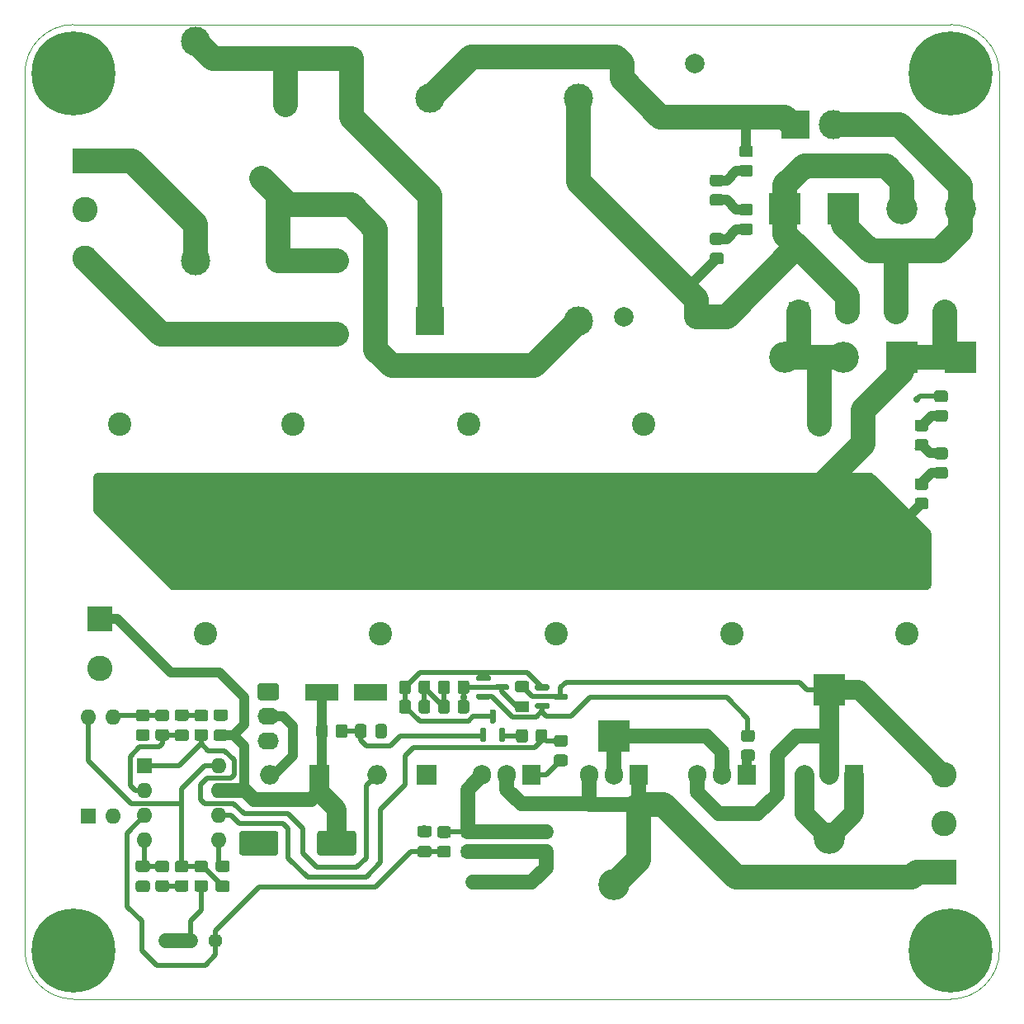
<source format=gbr>
G04 #@! TF.GenerationSoftware,KiCad,Pcbnew,6.0.10+dfsg-1~bpo11+1*
G04 #@! TF.ProjectId,project,70726f6a-6563-4742-9e6b-696361645f70,1.0.p1*
G04 #@! TF.SameCoordinates,Original*
G04 #@! TF.FileFunction,Copper,L1,Top*
G04 #@! TF.FilePolarity,Positive*
%FSLAX46Y46*%
G04 Gerber Fmt 4.6, Leading zero omitted, Abs format (unit mm)*
%MOMM*%
%LPD*%
G01*
G04 APERTURE LIST*
G04 #@! TA.AperFunction,Profile*
%ADD10C,0.100000*%
G04 #@! TD*
G04 #@! TA.AperFunction,ComponentPad*
%ADD11R,2.400000X2.400000*%
G04 #@! TD*
G04 #@! TA.AperFunction,ComponentPad*
%ADD12C,2.400000*%
G04 #@! TD*
G04 #@! TA.AperFunction,ComponentPad*
%ADD13C,0.900000*%
G04 #@! TD*
G04 #@! TA.AperFunction,ComponentPad*
%ADD14C,8.600000*%
G04 #@! TD*
G04 #@! TA.AperFunction,ComponentPad*
%ADD15C,2.000000*%
G04 #@! TD*
G04 #@! TA.AperFunction,ComponentPad*
%ADD16R,3.200000X3.200000*%
G04 #@! TD*
G04 #@! TA.AperFunction,ComponentPad*
%ADD17O,3.200000X3.200000*%
G04 #@! TD*
G04 #@! TA.AperFunction,ComponentPad*
%ADD18R,3.000000X3.000000*%
G04 #@! TD*
G04 #@! TA.AperFunction,ComponentPad*
%ADD19C,3.000000*%
G04 #@! TD*
G04 #@! TA.AperFunction,ComponentPad*
%ADD20R,2.600000X2.600000*%
G04 #@! TD*
G04 #@! TA.AperFunction,ComponentPad*
%ADD21C,2.600000*%
G04 #@! TD*
G04 #@! TA.AperFunction,ComponentPad*
%ADD22R,2.000000X2.000000*%
G04 #@! TD*
G04 #@! TA.AperFunction,ComponentPad*
%ADD23R,1.600000X1.600000*%
G04 #@! TD*
G04 #@! TA.AperFunction,ComponentPad*
%ADD24O,1.600000X1.600000*%
G04 #@! TD*
G04 #@! TA.AperFunction,ComponentPad*
%ADD25C,1.440000*%
G04 #@! TD*
G04 #@! TA.AperFunction,ComponentPad*
%ADD26O,2.190000X1.740000*%
G04 #@! TD*
G04 #@! TA.AperFunction,SMDPad,CuDef*
%ADD27R,3.500000X1.800000*%
G04 #@! TD*
G04 #@! TA.AperFunction,ComponentPad*
%ADD28C,1.800000*%
G04 #@! TD*
G04 #@! TA.AperFunction,ComponentPad*
%ADD29R,1.905000X2.000000*%
G04 #@! TD*
G04 #@! TA.AperFunction,ComponentPad*
%ADD30O,1.905000X2.000000*%
G04 #@! TD*
G04 #@! TA.AperFunction,ComponentPad*
%ADD31O,2.000000X2.000000*%
G04 #@! TD*
G04 #@! TA.AperFunction,ViaPad*
%ADD32C,0.700000*%
G04 #@! TD*
G04 #@! TA.AperFunction,ViaPad*
%ADD33C,1.000000*%
G04 #@! TD*
G04 #@! TA.AperFunction,Conductor*
%ADD34C,1.500000*%
G04 #@! TD*
G04 #@! TA.AperFunction,Conductor*
%ADD35C,2.500000*%
G04 #@! TD*
G04 #@! TA.AperFunction,Conductor*
%ADD36C,1.000000*%
G04 #@! TD*
G04 #@! TA.AperFunction,Conductor*
%ADD37C,0.500000*%
G04 #@! TD*
G04 #@! TA.AperFunction,Conductor*
%ADD38C,2.000000*%
G04 #@! TD*
G04 APERTURE END LIST*
D10*
X80000000Y-55000000D02*
X170000000Y-55000000D01*
X175000000Y-60000000D02*
X175000000Y-150000000D01*
X170000000Y-155000000D02*
G75*
G03*
X175000000Y-150000000I0J5000000D01*
G01*
X170000000Y-155000000D02*
X80000000Y-155000000D01*
X75000000Y-150000000D02*
G75*
G03*
X80000000Y-155000000I5000000J0D01*
G01*
X80000000Y-55000000D02*
G75*
G03*
X75000000Y-60000000I0J-5000000D01*
G01*
X175000000Y-60000000D02*
G75*
G03*
X170000000Y-55000000I-5000000J0D01*
G01*
X75000000Y-150000000D02*
X75000000Y-60000000D01*
D11*
X111512754Y-110000000D03*
D12*
X111512754Y-117500000D03*
G04 #@! TA.AperFunction,SMDPad,CuDef*
G36*
G01*
X120010000Y-137265000D02*
X120910000Y-137265000D01*
G75*
G02*
X121160000Y-137515000I0J-250000D01*
G01*
X121160000Y-138215000D01*
G75*
G02*
X120910000Y-138465000I-250000J0D01*
G01*
X120010000Y-138465000D01*
G75*
G02*
X119760000Y-138215000I0J250000D01*
G01*
X119760000Y-137515000D01*
G75*
G02*
X120010000Y-137265000I250000J0D01*
G01*
G37*
G04 #@! TD.AperFunction*
G04 #@! TA.AperFunction,SMDPad,CuDef*
G36*
G01*
X120010000Y-139265000D02*
X120910000Y-139265000D01*
G75*
G02*
X121160000Y-139515000I0J-250000D01*
G01*
X121160000Y-140215000D01*
G75*
G02*
X120910000Y-140465000I-250000J0D01*
G01*
X120010000Y-140465000D01*
G75*
G02*
X119760000Y-140215000I0J250000D01*
G01*
X119760000Y-139515000D01*
G75*
G02*
X120010000Y-139265000I250000J0D01*
G01*
G37*
G04 #@! TD.AperFunction*
G04 #@! TA.AperFunction,SMDPad,CuDef*
G36*
G01*
X127350000Y-123162500D02*
X127350000Y-122862500D01*
G75*
G02*
X127500000Y-122712500I150000J0D01*
G01*
X128675000Y-122712500D01*
G75*
G02*
X128825000Y-122862500I0J-150000D01*
G01*
X128825000Y-123162500D01*
G75*
G02*
X128675000Y-123312500I-150000J0D01*
G01*
X127500000Y-123312500D01*
G75*
G02*
X127350000Y-123162500I0J150000D01*
G01*
G37*
G04 #@! TD.AperFunction*
G04 #@! TA.AperFunction,SMDPad,CuDef*
G36*
G01*
X127350000Y-125062500D02*
X127350000Y-124762500D01*
G75*
G02*
X127500000Y-124612500I150000J0D01*
G01*
X128675000Y-124612500D01*
G75*
G02*
X128825000Y-124762500I0J-150000D01*
G01*
X128825000Y-125062500D01*
G75*
G02*
X128675000Y-125212500I-150000J0D01*
G01*
X127500000Y-125212500D01*
G75*
G02*
X127350000Y-125062500I0J150000D01*
G01*
G37*
G04 #@! TD.AperFunction*
G04 #@! TA.AperFunction,SMDPad,CuDef*
G36*
G01*
X129225000Y-124112500D02*
X129225000Y-123812500D01*
G75*
G02*
X129375000Y-123662500I150000J0D01*
G01*
X130550000Y-123662500D01*
G75*
G02*
X130700000Y-123812500I0J-150000D01*
G01*
X130700000Y-124112500D01*
G75*
G02*
X130550000Y-124262500I-150000J0D01*
G01*
X129375000Y-124262500D01*
G75*
G02*
X129225000Y-124112500I0J150000D01*
G01*
G37*
G04 #@! TD.AperFunction*
D13*
X82280419Y-152280419D03*
X80000000Y-146775000D03*
D14*
X80000000Y-150000000D03*
D13*
X83225000Y-150000000D03*
X76775000Y-150000000D03*
X77719581Y-147719581D03*
X77719581Y-152280419D03*
X82280419Y-147719581D03*
X80000000Y-153225000D03*
G04 #@! TA.AperFunction,SMDPad,CuDef*
G36*
G01*
X167450000Y-98750000D02*
X166550000Y-98750000D01*
G75*
G02*
X166300000Y-98500000I0J250000D01*
G01*
X166300000Y-97800000D01*
G75*
G02*
X166550000Y-97550000I250000J0D01*
G01*
X167450000Y-97550000D01*
G75*
G02*
X167700000Y-97800000I0J-250000D01*
G01*
X167700000Y-98500000D01*
G75*
G02*
X167450000Y-98750000I-250000J0D01*
G01*
G37*
G04 #@! TD.AperFunction*
G04 #@! TA.AperFunction,SMDPad,CuDef*
G36*
G01*
X167450000Y-96750000D02*
X166550000Y-96750000D01*
G75*
G02*
X166300000Y-96500000I0J250000D01*
G01*
X166300000Y-95800000D01*
G75*
G02*
X166550000Y-95550000I250000J0D01*
G01*
X167450000Y-95550000D01*
G75*
G02*
X167700000Y-95800000I0J-250000D01*
G01*
X167700000Y-96500000D01*
G75*
G02*
X167450000Y-96750000I-250000J0D01*
G01*
G37*
G04 #@! TD.AperFunction*
G04 #@! TA.AperFunction,SMDPad,CuDef*
G36*
G01*
X109000000Y-138000000D02*
X109000000Y-140000000D01*
G75*
G02*
X108750000Y-140250000I-250000J0D01*
G01*
X105250000Y-140250000D01*
G75*
G02*
X105000000Y-140000000I0J250000D01*
G01*
X105000000Y-138000000D01*
G75*
G02*
X105250000Y-137750000I250000J0D01*
G01*
X108750000Y-137750000D01*
G75*
G02*
X109000000Y-138000000I0J-250000D01*
G01*
G37*
G04 #@! TD.AperFunction*
G04 #@! TA.AperFunction,SMDPad,CuDef*
G36*
G01*
X101000000Y-138000000D02*
X101000000Y-140000000D01*
G75*
G02*
X100750000Y-140250000I-250000J0D01*
G01*
X97250000Y-140250000D01*
G75*
G02*
X97000000Y-140000000I0J250000D01*
G01*
X97000000Y-138000000D01*
G75*
G02*
X97250000Y-137750000I250000J0D01*
G01*
X100750000Y-137750000D01*
G75*
G02*
X101000000Y-138000000I0J-250000D01*
G01*
G37*
G04 #@! TD.AperFunction*
D11*
X120512754Y-103500000D03*
D12*
X120512754Y-96000000D03*
D15*
X136250000Y-59000000D03*
X143750000Y-59000000D03*
G04 #@! TA.AperFunction,SMDPad,CuDef*
G36*
G01*
X126010000Y-137265000D02*
X126910000Y-137265000D01*
G75*
G02*
X127160000Y-137515000I0J-250000D01*
G01*
X127160000Y-138215000D01*
G75*
G02*
X126910000Y-138465000I-250000J0D01*
G01*
X126010000Y-138465000D01*
G75*
G02*
X125760000Y-138215000I0J250000D01*
G01*
X125760000Y-137515000D01*
G75*
G02*
X126010000Y-137265000I250000J0D01*
G01*
G37*
G04 #@! TD.AperFunction*
G04 #@! TA.AperFunction,SMDPad,CuDef*
G36*
G01*
X126010000Y-139265000D02*
X126910000Y-139265000D01*
G75*
G02*
X127160000Y-139515000I0J-250000D01*
G01*
X127160000Y-140215000D01*
G75*
G02*
X126910000Y-140465000I-250000J0D01*
G01*
X126010000Y-140465000D01*
G75*
G02*
X125760000Y-140215000I0J250000D01*
G01*
X125760000Y-139515000D01*
G75*
G02*
X126010000Y-139265000I250000J0D01*
G01*
G37*
G04 #@! TD.AperFunction*
G04 #@! TA.AperFunction,SMDPad,CuDef*
G36*
G01*
X108100000Y-127050000D02*
X108100000Y-127950000D01*
G75*
G02*
X107850000Y-128200000I-250000J0D01*
G01*
X107150000Y-128200000D01*
G75*
G02*
X106900000Y-127950000I0J250000D01*
G01*
X106900000Y-127050000D01*
G75*
G02*
X107150000Y-126800000I250000J0D01*
G01*
X107850000Y-126800000D01*
G75*
G02*
X108100000Y-127050000I0J-250000D01*
G01*
G37*
G04 #@! TD.AperFunction*
G04 #@! TA.AperFunction,SMDPad,CuDef*
G36*
G01*
X106100000Y-127050000D02*
X106100000Y-127950000D01*
G75*
G02*
X105850000Y-128200000I-250000J0D01*
G01*
X105150000Y-128200000D01*
G75*
G02*
X104900000Y-127950000I0J250000D01*
G01*
X104900000Y-127050000D01*
G75*
G02*
X105150000Y-126800000I250000J0D01*
G01*
X105850000Y-126800000D01*
G75*
G02*
X106100000Y-127050000I0J-250000D01*
G01*
G37*
G04 #@! TD.AperFunction*
D16*
X153000000Y-73868629D03*
D17*
X153000000Y-89108629D03*
G04 #@! TA.AperFunction,SMDPad,CuDef*
G36*
G01*
X125400000Y-128450000D02*
X125400000Y-127550000D01*
G75*
G02*
X125650000Y-127300000I250000J0D01*
G01*
X126350000Y-127300000D01*
G75*
G02*
X126600000Y-127550000I0J-250000D01*
G01*
X126600000Y-128450000D01*
G75*
G02*
X126350000Y-128700000I-250000J0D01*
G01*
X125650000Y-128700000D01*
G75*
G02*
X125400000Y-128450000I0J250000D01*
G01*
G37*
G04 #@! TD.AperFunction*
G04 #@! TA.AperFunction,SMDPad,CuDef*
G36*
G01*
X127400000Y-128450000D02*
X127400000Y-127550000D01*
G75*
G02*
X127650000Y-127300000I250000J0D01*
G01*
X128350000Y-127300000D01*
G75*
G02*
X128600000Y-127550000I0J-250000D01*
G01*
X128600000Y-128450000D01*
G75*
G02*
X128350000Y-128700000I-250000J0D01*
G01*
X127650000Y-128700000D01*
G75*
G02*
X127400000Y-128450000I0J250000D01*
G01*
G37*
G04 #@! TD.AperFunction*
G04 #@! TA.AperFunction,SMDPad,CuDef*
G36*
G01*
X126500000Y-125587500D02*
X125550000Y-125587500D01*
G75*
G02*
X125300000Y-125337500I0J250000D01*
G01*
X125300000Y-124662500D01*
G75*
G02*
X125550000Y-124412500I250000J0D01*
G01*
X126500000Y-124412500D01*
G75*
G02*
X126750000Y-124662500I0J-250000D01*
G01*
X126750000Y-125337500D01*
G75*
G02*
X126500000Y-125587500I-250000J0D01*
G01*
G37*
G04 #@! TD.AperFunction*
G04 #@! TA.AperFunction,SMDPad,CuDef*
G36*
G01*
X126500000Y-123512500D02*
X125550000Y-123512500D01*
G75*
G02*
X125300000Y-123262500I0J250000D01*
G01*
X125300000Y-122587500D01*
G75*
G02*
X125550000Y-122337500I250000J0D01*
G01*
X126500000Y-122337500D01*
G75*
G02*
X126750000Y-122587500I0J-250000D01*
G01*
X126750000Y-123262500D01*
G75*
G02*
X126500000Y-123512500I-250000J0D01*
G01*
G37*
G04 #@! TD.AperFunction*
G04 #@! TA.AperFunction,SMDPad,CuDef*
G36*
G01*
X121325000Y-122200000D02*
X121325000Y-121900000D01*
G75*
G02*
X121475000Y-121750000I150000J0D01*
G01*
X122650000Y-121750000D01*
G75*
G02*
X122800000Y-121900000I0J-150000D01*
G01*
X122800000Y-122200000D01*
G75*
G02*
X122650000Y-122350000I-150000J0D01*
G01*
X121475000Y-122350000D01*
G75*
G02*
X121325000Y-122200000I0J150000D01*
G01*
G37*
G04 #@! TD.AperFunction*
G04 #@! TA.AperFunction,SMDPad,CuDef*
G36*
G01*
X121325000Y-124100000D02*
X121325000Y-123800000D01*
G75*
G02*
X121475000Y-123650000I150000J0D01*
G01*
X122650000Y-123650000D01*
G75*
G02*
X122800000Y-123800000I0J-150000D01*
G01*
X122800000Y-124100000D01*
G75*
G02*
X122650000Y-124250000I-150000J0D01*
G01*
X121475000Y-124250000D01*
G75*
G02*
X121325000Y-124100000I0J150000D01*
G01*
G37*
G04 #@! TD.AperFunction*
G04 #@! TA.AperFunction,SMDPad,CuDef*
G36*
G01*
X123200000Y-123150000D02*
X123200000Y-122850000D01*
G75*
G02*
X123350000Y-122700000I150000J0D01*
G01*
X124525000Y-122700000D01*
G75*
G02*
X124675000Y-122850000I0J-150000D01*
G01*
X124675000Y-123150000D01*
G75*
G02*
X124525000Y-123300000I-150000J0D01*
G01*
X123350000Y-123300000D01*
G75*
G02*
X123200000Y-123150000I0J150000D01*
G01*
G37*
G04 #@! TD.AperFunction*
D18*
X154092500Y-65250000D03*
D19*
X157972500Y-65250000D03*
D20*
X82695000Y-115955000D03*
D21*
X82695000Y-121035000D03*
D18*
X116581250Y-85430000D03*
D19*
X116581250Y-62570000D03*
X131821250Y-85430000D03*
X131821250Y-62570000D03*
D11*
X129512754Y-110000000D03*
D12*
X129512754Y-117500000D03*
D22*
X154392500Y-84488629D03*
D15*
X159392500Y-84488629D03*
X164392500Y-84488629D03*
X169392500Y-84488629D03*
G04 #@! TA.AperFunction,SMDPad,CuDef*
G36*
G01*
X168550000Y-98400000D02*
X169450000Y-98400000D01*
G75*
G02*
X169700000Y-98650000I0J-250000D01*
G01*
X169700000Y-99350000D01*
G75*
G02*
X169450000Y-99600000I-250000J0D01*
G01*
X168550000Y-99600000D01*
G75*
G02*
X168300000Y-99350000I0J250000D01*
G01*
X168300000Y-98650000D01*
G75*
G02*
X168550000Y-98400000I250000J0D01*
G01*
G37*
G04 #@! TD.AperFunction*
G04 #@! TA.AperFunction,SMDPad,CuDef*
G36*
G01*
X168550000Y-100400000D02*
X169450000Y-100400000D01*
G75*
G02*
X169700000Y-100650000I0J-250000D01*
G01*
X169700000Y-101350000D01*
G75*
G02*
X169450000Y-101600000I-250000J0D01*
G01*
X168550000Y-101600000D01*
G75*
G02*
X168300000Y-101350000I0J250000D01*
G01*
X168300000Y-100650000D01*
G75*
G02*
X168550000Y-100400000I250000J0D01*
G01*
G37*
G04 #@! TD.AperFunction*
D11*
X102512754Y-103500000D03*
D12*
X102512754Y-96000000D03*
G04 #@! TA.AperFunction,SMDPad,CuDef*
G36*
G01*
X116475000Y-140452500D02*
X115525000Y-140452500D01*
G75*
G02*
X115275000Y-140202500I0J250000D01*
G01*
X115275000Y-139527500D01*
G75*
G02*
X115525000Y-139277500I250000J0D01*
G01*
X116475000Y-139277500D01*
G75*
G02*
X116725000Y-139527500I0J-250000D01*
G01*
X116725000Y-140202500D01*
G75*
G02*
X116475000Y-140452500I-250000J0D01*
G01*
G37*
G04 #@! TD.AperFunction*
G04 #@! TA.AperFunction,SMDPad,CuDef*
G36*
G01*
X116475000Y-138377500D02*
X115525000Y-138377500D01*
G75*
G02*
X115275000Y-138127500I0J250000D01*
G01*
X115275000Y-137452500D01*
G75*
G02*
X115525000Y-137202500I250000J0D01*
G01*
X116475000Y-137202500D01*
G75*
G02*
X116725000Y-137452500I0J-250000D01*
G01*
X116725000Y-138127500D01*
G75*
G02*
X116475000Y-138377500I-250000J0D01*
G01*
G37*
G04 #@! TD.AperFunction*
D19*
X92501250Y-79250000D03*
X92501250Y-56750000D03*
G04 #@! TA.AperFunction,SMDPad,CuDef*
G36*
G01*
X116600000Y-122550000D02*
X116600000Y-123450000D01*
G75*
G02*
X116350000Y-123700000I-250000J0D01*
G01*
X115650000Y-123700000D01*
G75*
G02*
X115400000Y-123450000I0J250000D01*
G01*
X115400000Y-122550000D01*
G75*
G02*
X115650000Y-122300000I250000J0D01*
G01*
X116350000Y-122300000D01*
G75*
G02*
X116600000Y-122550000I0J-250000D01*
G01*
G37*
G04 #@! TD.AperFunction*
G04 #@! TA.AperFunction,SMDPad,CuDef*
G36*
G01*
X114600000Y-122550000D02*
X114600000Y-123450000D01*
G75*
G02*
X114350000Y-123700000I-250000J0D01*
G01*
X113650000Y-123700000D01*
G75*
G02*
X113400000Y-123450000I0J250000D01*
G01*
X113400000Y-122550000D01*
G75*
G02*
X113650000Y-122300000I250000J0D01*
G01*
X114350000Y-122300000D01*
G75*
G02*
X114600000Y-122550000I0J-250000D01*
G01*
G37*
G04 #@! TD.AperFunction*
D16*
X135460000Y-128015000D03*
D17*
X135460000Y-143255000D03*
G04 #@! TA.AperFunction,SMDPad,CuDef*
G36*
G01*
X90615000Y-125265000D02*
X91565000Y-125265000D01*
G75*
G02*
X91815000Y-125515000I0J-250000D01*
G01*
X91815000Y-126190000D01*
G75*
G02*
X91565000Y-126440000I-250000J0D01*
G01*
X90615000Y-126440000D01*
G75*
G02*
X90365000Y-126190000I0J250000D01*
G01*
X90365000Y-125515000D01*
G75*
G02*
X90615000Y-125265000I250000J0D01*
G01*
G37*
G04 #@! TD.AperFunction*
G04 #@! TA.AperFunction,SMDPad,CuDef*
G36*
G01*
X90615000Y-127340000D02*
X91565000Y-127340000D01*
G75*
G02*
X91815000Y-127590000I0J-250000D01*
G01*
X91815000Y-128265000D01*
G75*
G02*
X91565000Y-128515000I-250000J0D01*
G01*
X90615000Y-128515000D01*
G75*
G02*
X90365000Y-128265000I0J250000D01*
G01*
X90365000Y-127590000D01*
G75*
G02*
X90615000Y-127340000I250000J0D01*
G01*
G37*
G04 #@! TD.AperFunction*
G04 #@! TA.AperFunction,SMDPad,CuDef*
G36*
G01*
X167450000Y-104750000D02*
X166550000Y-104750000D01*
G75*
G02*
X166300000Y-104500000I0J250000D01*
G01*
X166300000Y-103800000D01*
G75*
G02*
X166550000Y-103550000I250000J0D01*
G01*
X167450000Y-103550000D01*
G75*
G02*
X167700000Y-103800000I0J-250000D01*
G01*
X167700000Y-104500000D01*
G75*
G02*
X167450000Y-104750000I-250000J0D01*
G01*
G37*
G04 #@! TD.AperFunction*
G04 #@! TA.AperFunction,SMDPad,CuDef*
G36*
G01*
X167450000Y-102750000D02*
X166550000Y-102750000D01*
G75*
G02*
X166300000Y-102500000I0J250000D01*
G01*
X166300000Y-101800000D01*
G75*
G02*
X166550000Y-101550000I250000J0D01*
G01*
X167450000Y-101550000D01*
G75*
G02*
X167700000Y-101800000I0J-250000D01*
G01*
X167700000Y-102500000D01*
G75*
G02*
X167450000Y-102750000I-250000J0D01*
G01*
G37*
G04 #@! TD.AperFunction*
G04 #@! TA.AperFunction,SMDPad,CuDef*
G36*
G01*
X92640000Y-125290000D02*
X93540000Y-125290000D01*
G75*
G02*
X93790000Y-125540000I0J-250000D01*
G01*
X93790000Y-126240000D01*
G75*
G02*
X93540000Y-126490000I-250000J0D01*
G01*
X92640000Y-126490000D01*
G75*
G02*
X92390000Y-126240000I0J250000D01*
G01*
X92390000Y-125540000D01*
G75*
G02*
X92640000Y-125290000I250000J0D01*
G01*
G37*
G04 #@! TD.AperFunction*
G04 #@! TA.AperFunction,SMDPad,CuDef*
G36*
G01*
X92640000Y-127290000D02*
X93540000Y-127290000D01*
G75*
G02*
X93790000Y-127540000I0J-250000D01*
G01*
X93790000Y-128240000D01*
G75*
G02*
X93540000Y-128490000I-250000J0D01*
G01*
X92640000Y-128490000D01*
G75*
G02*
X92390000Y-128240000I0J250000D01*
G01*
X92390000Y-127540000D01*
G75*
G02*
X92640000Y-127290000I250000J0D01*
G01*
G37*
G04 #@! TD.AperFunction*
D23*
X87290000Y-131090000D03*
D24*
X87290000Y-133630000D03*
X87290000Y-136170000D03*
X87290000Y-138710000D03*
X94910000Y-138710000D03*
X94910000Y-136170000D03*
X94910000Y-133630000D03*
X94910000Y-131090000D03*
G04 #@! TA.AperFunction,SMDPad,CuDef*
G36*
G01*
X86615000Y-140765000D02*
X87565000Y-140765000D01*
G75*
G02*
X87815000Y-141015000I0J-250000D01*
G01*
X87815000Y-141690000D01*
G75*
G02*
X87565000Y-141940000I-250000J0D01*
G01*
X86615000Y-141940000D01*
G75*
G02*
X86365000Y-141690000I0J250000D01*
G01*
X86365000Y-141015000D01*
G75*
G02*
X86615000Y-140765000I250000J0D01*
G01*
G37*
G04 #@! TD.AperFunction*
G04 #@! TA.AperFunction,SMDPad,CuDef*
G36*
G01*
X86615000Y-142840000D02*
X87565000Y-142840000D01*
G75*
G02*
X87815000Y-143090000I0J-250000D01*
G01*
X87815000Y-143765000D01*
G75*
G02*
X87565000Y-144015000I-250000J0D01*
G01*
X86615000Y-144015000D01*
G75*
G02*
X86365000Y-143765000I0J250000D01*
G01*
X86365000Y-143090000D01*
G75*
G02*
X86615000Y-142840000I250000J0D01*
G01*
G37*
G04 #@! TD.AperFunction*
D25*
X94540000Y-149000000D03*
X92000000Y-149000000D03*
X89460000Y-149000000D03*
D16*
X165000000Y-89108629D03*
D17*
X165000000Y-73868629D03*
D11*
X147512754Y-110000000D03*
D12*
X147512754Y-117500000D03*
D11*
X165512754Y-110000000D03*
D12*
X165512754Y-117500000D03*
G04 #@! TA.AperFunction,SMDPad,CuDef*
G36*
G01*
X168550000Y-92550000D02*
X169450000Y-92550000D01*
G75*
G02*
X169700000Y-92800000I0J-250000D01*
G01*
X169700000Y-93500000D01*
G75*
G02*
X169450000Y-93750000I-250000J0D01*
G01*
X168550000Y-93750000D01*
G75*
G02*
X168300000Y-93500000I0J250000D01*
G01*
X168300000Y-92800000D01*
G75*
G02*
X168550000Y-92550000I250000J0D01*
G01*
G37*
G04 #@! TD.AperFunction*
G04 #@! TA.AperFunction,SMDPad,CuDef*
G36*
G01*
X168550000Y-94550000D02*
X169450000Y-94550000D01*
G75*
G02*
X169700000Y-94800000I0J-250000D01*
G01*
X169700000Y-95500000D01*
G75*
G02*
X169450000Y-95750000I-250000J0D01*
G01*
X168550000Y-95750000D01*
G75*
G02*
X168300000Y-95500000I0J250000D01*
G01*
X168300000Y-94800000D01*
G75*
G02*
X168550000Y-94550000I250000J0D01*
G01*
G37*
G04 #@! TD.AperFunction*
G04 #@! TA.AperFunction,SMDPad,CuDef*
G36*
G01*
X95565000Y-128515000D02*
X94615000Y-128515000D01*
G75*
G02*
X94365000Y-128265000I0J250000D01*
G01*
X94365000Y-127590000D01*
G75*
G02*
X94615000Y-127340000I250000J0D01*
G01*
X95565000Y-127340000D01*
G75*
G02*
X95815000Y-127590000I0J-250000D01*
G01*
X95815000Y-128265000D01*
G75*
G02*
X95565000Y-128515000I-250000J0D01*
G01*
G37*
G04 #@! TD.AperFunction*
G04 #@! TA.AperFunction,SMDPad,CuDef*
G36*
G01*
X95565000Y-126440000D02*
X94615000Y-126440000D01*
G75*
G02*
X94365000Y-126190000I0J250000D01*
G01*
X94365000Y-125515000D01*
G75*
G02*
X94615000Y-125265000I250000J0D01*
G01*
X95565000Y-125265000D01*
G75*
G02*
X95815000Y-125515000I0J-250000D01*
G01*
X95815000Y-126190000D01*
G75*
G02*
X95565000Y-126440000I-250000J0D01*
G01*
G37*
G04 #@! TD.AperFunction*
G04 #@! TA.AperFunction,SMDPad,CuDef*
G36*
G01*
X122200000Y-128612500D02*
X121900000Y-128612500D01*
G75*
G02*
X121750000Y-128462500I0J150000D01*
G01*
X121750000Y-127287500D01*
G75*
G02*
X121900000Y-127137500I150000J0D01*
G01*
X122200000Y-127137500D01*
G75*
G02*
X122350000Y-127287500I0J-150000D01*
G01*
X122350000Y-128462500D01*
G75*
G02*
X122200000Y-128612500I-150000J0D01*
G01*
G37*
G04 #@! TD.AperFunction*
G04 #@! TA.AperFunction,SMDPad,CuDef*
G36*
G01*
X124100000Y-128612500D02*
X123800000Y-128612500D01*
G75*
G02*
X123650000Y-128462500I0J150000D01*
G01*
X123650000Y-127287500D01*
G75*
G02*
X123800000Y-127137500I150000J0D01*
G01*
X124100000Y-127137500D01*
G75*
G02*
X124250000Y-127287500I0J-150000D01*
G01*
X124250000Y-128462500D01*
G75*
G02*
X124100000Y-128612500I-150000J0D01*
G01*
G37*
G04 #@! TD.AperFunction*
G04 #@! TA.AperFunction,SMDPad,CuDef*
G36*
G01*
X123150000Y-126737500D02*
X122850000Y-126737500D01*
G75*
G02*
X122700000Y-126587500I0J150000D01*
G01*
X122700000Y-125412500D01*
G75*
G02*
X122850000Y-125262500I150000J0D01*
G01*
X123150000Y-125262500D01*
G75*
G02*
X123300000Y-125412500I0J-150000D01*
G01*
X123300000Y-126587500D01*
G75*
G02*
X123150000Y-126737500I-150000J0D01*
G01*
G37*
G04 #@! TD.AperFunction*
G04 #@! TA.AperFunction,SMDPad,CuDef*
G36*
G01*
X95765000Y-144015000D02*
X94815000Y-144015000D01*
G75*
G02*
X94565000Y-143765000I0J250000D01*
G01*
X94565000Y-143090000D01*
G75*
G02*
X94815000Y-142840000I250000J0D01*
G01*
X95765000Y-142840000D01*
G75*
G02*
X96015000Y-143090000I0J-250000D01*
G01*
X96015000Y-143765000D01*
G75*
G02*
X95765000Y-144015000I-250000J0D01*
G01*
G37*
G04 #@! TD.AperFunction*
G04 #@! TA.AperFunction,SMDPad,CuDef*
G36*
G01*
X95765000Y-141940000D02*
X94815000Y-141940000D01*
G75*
G02*
X94565000Y-141690000I0J250000D01*
G01*
X94565000Y-141015000D01*
G75*
G02*
X94815000Y-140765000I250000J0D01*
G01*
X95765000Y-140765000D01*
G75*
G02*
X96015000Y-141015000I0J-250000D01*
G01*
X96015000Y-141690000D01*
G75*
G02*
X95765000Y-141940000I-250000J0D01*
G01*
G37*
G04 #@! TD.AperFunction*
G04 #@! TA.AperFunction,SMDPad,CuDef*
G36*
G01*
X145550000Y-76400000D02*
X146450000Y-76400000D01*
G75*
G02*
X146700000Y-76650000I0J-250000D01*
G01*
X146700000Y-77350000D01*
G75*
G02*
X146450000Y-77600000I-250000J0D01*
G01*
X145550000Y-77600000D01*
G75*
G02*
X145300000Y-77350000I0J250000D01*
G01*
X145300000Y-76650000D01*
G75*
G02*
X145550000Y-76400000I250000J0D01*
G01*
G37*
G04 #@! TD.AperFunction*
G04 #@! TA.AperFunction,SMDPad,CuDef*
G36*
G01*
X145550000Y-78400000D02*
X146450000Y-78400000D01*
G75*
G02*
X146700000Y-78650000I0J-250000D01*
G01*
X146700000Y-79350000D01*
G75*
G02*
X146450000Y-79600000I-250000J0D01*
G01*
X145550000Y-79600000D01*
G75*
G02*
X145300000Y-79350000I0J250000D01*
G01*
X145300000Y-78650000D01*
G75*
G02*
X145550000Y-78400000I250000J0D01*
G01*
G37*
G04 #@! TD.AperFunction*
G04 #@! TA.AperFunction,SMDPad,CuDef*
G36*
G01*
X86640000Y-125290000D02*
X87540000Y-125290000D01*
G75*
G02*
X87790000Y-125540000I0J-250000D01*
G01*
X87790000Y-126240000D01*
G75*
G02*
X87540000Y-126490000I-250000J0D01*
G01*
X86640000Y-126490000D01*
G75*
G02*
X86390000Y-126240000I0J250000D01*
G01*
X86390000Y-125540000D01*
G75*
G02*
X86640000Y-125290000I250000J0D01*
G01*
G37*
G04 #@! TD.AperFunction*
G04 #@! TA.AperFunction,SMDPad,CuDef*
G36*
G01*
X86640000Y-127290000D02*
X87540000Y-127290000D01*
G75*
G02*
X87790000Y-127540000I0J-250000D01*
G01*
X87790000Y-128240000D01*
G75*
G02*
X87540000Y-128490000I-250000J0D01*
G01*
X86640000Y-128490000D01*
G75*
G02*
X86390000Y-128240000I0J250000D01*
G01*
X86390000Y-127540000D01*
G75*
G02*
X86640000Y-127290000I250000J0D01*
G01*
G37*
G04 #@! TD.AperFunction*
G04 #@! TA.AperFunction,SMDPad,CuDef*
G36*
G01*
X108875000Y-127975000D02*
X108875000Y-127025000D01*
G75*
G02*
X109125000Y-126775000I250000J0D01*
G01*
X109800000Y-126775000D01*
G75*
G02*
X110050000Y-127025000I0J-250000D01*
G01*
X110050000Y-127975000D01*
G75*
G02*
X109800000Y-128225000I-250000J0D01*
G01*
X109125000Y-128225000D01*
G75*
G02*
X108875000Y-127975000I0J250000D01*
G01*
G37*
G04 #@! TD.AperFunction*
G04 #@! TA.AperFunction,SMDPad,CuDef*
G36*
G01*
X110950000Y-127975000D02*
X110950000Y-127025000D01*
G75*
G02*
X111200000Y-126775000I250000J0D01*
G01*
X111875000Y-126775000D01*
G75*
G02*
X112125000Y-127025000I0J-250000D01*
G01*
X112125000Y-127975000D01*
G75*
G02*
X111875000Y-128225000I-250000J0D01*
G01*
X111200000Y-128225000D01*
G75*
G02*
X110950000Y-127975000I0J250000D01*
G01*
G37*
G04 #@! TD.AperFunction*
G04 #@! TA.AperFunction,SMDPad,CuDef*
G36*
G01*
X116600000Y-124550000D02*
X116600000Y-125450000D01*
G75*
G02*
X116350000Y-125700000I-250000J0D01*
G01*
X115650000Y-125700000D01*
G75*
G02*
X115400000Y-125450000I0J250000D01*
G01*
X115400000Y-124550000D01*
G75*
G02*
X115650000Y-124300000I250000J0D01*
G01*
X116350000Y-124300000D01*
G75*
G02*
X116600000Y-124550000I0J-250000D01*
G01*
G37*
G04 #@! TD.AperFunction*
G04 #@! TA.AperFunction,SMDPad,CuDef*
G36*
G01*
X114600000Y-124550000D02*
X114600000Y-125450000D01*
G75*
G02*
X114350000Y-125700000I-250000J0D01*
G01*
X113650000Y-125700000D01*
G75*
G02*
X113400000Y-125450000I0J250000D01*
G01*
X113400000Y-124550000D01*
G75*
G02*
X113650000Y-124300000I250000J0D01*
G01*
X114350000Y-124300000D01*
G75*
G02*
X114600000Y-124550000I0J-250000D01*
G01*
G37*
G04 #@! TD.AperFunction*
G04 #@! TA.AperFunction,SMDPad,CuDef*
G36*
G01*
X93540000Y-143990000D02*
X92640000Y-143990000D01*
G75*
G02*
X92390000Y-143740000I0J250000D01*
G01*
X92390000Y-143040000D01*
G75*
G02*
X92640000Y-142790000I250000J0D01*
G01*
X93540000Y-142790000D01*
G75*
G02*
X93790000Y-143040000I0J-250000D01*
G01*
X93790000Y-143740000D01*
G75*
G02*
X93540000Y-143990000I-250000J0D01*
G01*
G37*
G04 #@! TD.AperFunction*
G04 #@! TA.AperFunction,SMDPad,CuDef*
G36*
G01*
X93540000Y-141990000D02*
X92640000Y-141990000D01*
G75*
G02*
X92390000Y-141740000I0J250000D01*
G01*
X92390000Y-141040000D01*
G75*
G02*
X92640000Y-140790000I250000J0D01*
G01*
X93540000Y-140790000D01*
G75*
G02*
X93790000Y-141040000I0J-250000D01*
G01*
X93790000Y-141740000D01*
G75*
G02*
X93540000Y-141990000I-250000J0D01*
G01*
G37*
G04 #@! TD.AperFunction*
G04 #@! TA.AperFunction,SMDPad,CuDef*
G36*
G01*
X120600000Y-124550000D02*
X120600000Y-125450000D01*
G75*
G02*
X120350000Y-125700000I-250000J0D01*
G01*
X119650000Y-125700000D01*
G75*
G02*
X119400000Y-125450000I0J250000D01*
G01*
X119400000Y-124550000D01*
G75*
G02*
X119650000Y-124300000I250000J0D01*
G01*
X120350000Y-124300000D01*
G75*
G02*
X120600000Y-124550000I0J-250000D01*
G01*
G37*
G04 #@! TD.AperFunction*
G04 #@! TA.AperFunction,SMDPad,CuDef*
G36*
G01*
X118600000Y-124550000D02*
X118600000Y-125450000D01*
G75*
G02*
X118350000Y-125700000I-250000J0D01*
G01*
X117650000Y-125700000D01*
G75*
G02*
X117400000Y-125450000I0J250000D01*
G01*
X117400000Y-124550000D01*
G75*
G02*
X117650000Y-124300000I250000J0D01*
G01*
X118350000Y-124300000D01*
G75*
G02*
X118600000Y-124550000I0J-250000D01*
G01*
G37*
G04 #@! TD.AperFunction*
G04 #@! TA.AperFunction,ComponentPad*
G36*
G01*
X99135000Y-122590000D02*
X100825000Y-122590000D01*
G75*
G02*
X101075000Y-122840000I0J-250000D01*
G01*
X101075000Y-124080000D01*
G75*
G02*
X100825000Y-124330000I-250000J0D01*
G01*
X99135000Y-124330000D01*
G75*
G02*
X98885000Y-124080000I0J250000D01*
G01*
X98885000Y-122840000D01*
G75*
G02*
X99135000Y-122590000I250000J0D01*
G01*
G37*
G04 #@! TD.AperFunction*
D26*
X99980000Y-126000000D03*
X99980000Y-128540000D03*
G04 #@! TA.AperFunction,SMDPad,CuDef*
G36*
G01*
X145550000Y-70400000D02*
X146450000Y-70400000D01*
G75*
G02*
X146700000Y-70650000I0J-250000D01*
G01*
X146700000Y-71350000D01*
G75*
G02*
X146450000Y-71600000I-250000J0D01*
G01*
X145550000Y-71600000D01*
G75*
G02*
X145300000Y-71350000I0J250000D01*
G01*
X145300000Y-70650000D01*
G75*
G02*
X145550000Y-70400000I250000J0D01*
G01*
G37*
G04 #@! TD.AperFunction*
G04 #@! TA.AperFunction,SMDPad,CuDef*
G36*
G01*
X145550000Y-72400000D02*
X146450000Y-72400000D01*
G75*
G02*
X146700000Y-72650000I0J-250000D01*
G01*
X146700000Y-73350000D01*
G75*
G02*
X146450000Y-73600000I-250000J0D01*
G01*
X145550000Y-73600000D01*
G75*
G02*
X145300000Y-73350000I0J250000D01*
G01*
X145300000Y-72650000D01*
G75*
G02*
X145550000Y-72400000I250000J0D01*
G01*
G37*
G04 #@! TD.AperFunction*
D27*
X110500000Y-123500000D03*
X105500000Y-123500000D03*
G04 #@! TA.AperFunction,SMDPad,CuDef*
G36*
G01*
X122010000Y-137265000D02*
X122910000Y-137265000D01*
G75*
G02*
X123160000Y-137515000I0J-250000D01*
G01*
X123160000Y-138215000D01*
G75*
G02*
X122910000Y-138465000I-250000J0D01*
G01*
X122010000Y-138465000D01*
G75*
G02*
X121760000Y-138215000I0J250000D01*
G01*
X121760000Y-137515000D01*
G75*
G02*
X122010000Y-137265000I250000J0D01*
G01*
G37*
G04 #@! TD.AperFunction*
G04 #@! TA.AperFunction,SMDPad,CuDef*
G36*
G01*
X122010000Y-139265000D02*
X122910000Y-139265000D01*
G75*
G02*
X123160000Y-139515000I0J-250000D01*
G01*
X123160000Y-140215000D01*
G75*
G02*
X122910000Y-140465000I-250000J0D01*
G01*
X122010000Y-140465000D01*
G75*
G02*
X121760000Y-140215000I0J250000D01*
G01*
X121760000Y-139515000D01*
G75*
G02*
X122010000Y-139265000I250000J0D01*
G01*
G37*
G04 #@! TD.AperFunction*
D11*
X156512754Y-103500000D03*
D12*
X156512754Y-96000000D03*
G04 #@! TA.AperFunction,SMDPad,CuDef*
G36*
G01*
X117550000Y-137265000D02*
X118450000Y-137265000D01*
G75*
G02*
X118700000Y-137515000I0J-250000D01*
G01*
X118700000Y-138215000D01*
G75*
G02*
X118450000Y-138465000I-250000J0D01*
G01*
X117550000Y-138465000D01*
G75*
G02*
X117300000Y-138215000I0J250000D01*
G01*
X117300000Y-137515000D01*
G75*
G02*
X117550000Y-137265000I250000J0D01*
G01*
G37*
G04 #@! TD.AperFunction*
G04 #@! TA.AperFunction,SMDPad,CuDef*
G36*
G01*
X117550000Y-139265000D02*
X118450000Y-139265000D01*
G75*
G02*
X118700000Y-139515000I0J-250000D01*
G01*
X118700000Y-140215000D01*
G75*
G02*
X118450000Y-140465000I-250000J0D01*
G01*
X117550000Y-140465000D01*
G75*
G02*
X117300000Y-140215000I0J250000D01*
G01*
X117300000Y-139515000D01*
G75*
G02*
X117550000Y-139265000I250000J0D01*
G01*
G37*
G04 #@! TD.AperFunction*
G04 #@! TA.AperFunction,SMDPad,CuDef*
G36*
G01*
X89540000Y-128490000D02*
X88640000Y-128490000D01*
G75*
G02*
X88390000Y-128240000I0J250000D01*
G01*
X88390000Y-127540000D01*
G75*
G02*
X88640000Y-127290000I250000J0D01*
G01*
X89540000Y-127290000D01*
G75*
G02*
X89790000Y-127540000I0J-250000D01*
G01*
X89790000Y-128240000D01*
G75*
G02*
X89540000Y-128490000I-250000J0D01*
G01*
G37*
G04 #@! TD.AperFunction*
G04 #@! TA.AperFunction,SMDPad,CuDef*
G36*
G01*
X89540000Y-126490000D02*
X88640000Y-126490000D01*
G75*
G02*
X88390000Y-126240000I0J250000D01*
G01*
X88390000Y-125540000D01*
G75*
G02*
X88640000Y-125290000I250000J0D01*
G01*
X89540000Y-125290000D01*
G75*
G02*
X89790000Y-125540000I0J-250000D01*
G01*
X89790000Y-126240000D01*
G75*
G02*
X89540000Y-126490000I-250000J0D01*
G01*
G37*
G04 #@! TD.AperFunction*
G04 #@! TA.AperFunction,SMDPad,CuDef*
G36*
G01*
X124010000Y-137265000D02*
X124910000Y-137265000D01*
G75*
G02*
X125160000Y-137515000I0J-250000D01*
G01*
X125160000Y-138215000D01*
G75*
G02*
X124910000Y-138465000I-250000J0D01*
G01*
X124010000Y-138465000D01*
G75*
G02*
X123760000Y-138215000I0J250000D01*
G01*
X123760000Y-137515000D01*
G75*
G02*
X124010000Y-137265000I250000J0D01*
G01*
G37*
G04 #@! TD.AperFunction*
G04 #@! TA.AperFunction,SMDPad,CuDef*
G36*
G01*
X124010000Y-139265000D02*
X124910000Y-139265000D01*
G75*
G02*
X125160000Y-139515000I0J-250000D01*
G01*
X125160000Y-140215000D01*
G75*
G02*
X124910000Y-140465000I-250000J0D01*
G01*
X124010000Y-140465000D01*
G75*
G02*
X123760000Y-140215000I0J250000D01*
G01*
X123760000Y-139515000D01*
G75*
G02*
X124010000Y-139265000I250000J0D01*
G01*
G37*
G04 #@! TD.AperFunction*
D15*
X101000000Y-86750000D03*
X101000000Y-79250000D03*
X107000000Y-86750000D03*
X107000000Y-79250000D03*
D11*
X138512754Y-103500000D03*
D12*
X138512754Y-96000000D03*
X140196250Y-64500000D03*
X140196250Y-79500000D03*
G04 #@! TA.AperFunction,SMDPad,CuDef*
G36*
G01*
X128010000Y-137265000D02*
X128910000Y-137265000D01*
G75*
G02*
X129160000Y-137515000I0J-250000D01*
G01*
X129160000Y-138215000D01*
G75*
G02*
X128910000Y-138465000I-250000J0D01*
G01*
X128010000Y-138465000D01*
G75*
G02*
X127760000Y-138215000I0J250000D01*
G01*
X127760000Y-137515000D01*
G75*
G02*
X128010000Y-137265000I250000J0D01*
G01*
G37*
G04 #@! TD.AperFunction*
G04 #@! TA.AperFunction,SMDPad,CuDef*
G36*
G01*
X128010000Y-139265000D02*
X128910000Y-139265000D01*
G75*
G02*
X129160000Y-139515000I0J-250000D01*
G01*
X129160000Y-140215000D01*
G75*
G02*
X128910000Y-140465000I-250000J0D01*
G01*
X128010000Y-140465000D01*
G75*
G02*
X127760000Y-140215000I0J250000D01*
G01*
X127760000Y-139515000D01*
G75*
G02*
X128010000Y-139265000I250000J0D01*
G01*
G37*
G04 #@! TD.AperFunction*
D16*
X159000000Y-73868629D03*
D17*
X159000000Y-89108629D03*
D20*
X169305000Y-142000000D03*
D21*
X169305000Y-137000000D03*
X169305000Y-132000000D03*
D20*
X81196250Y-69000000D03*
D21*
X81196250Y-74000000D03*
X81196250Y-79000000D03*
D15*
X136446250Y-85000000D03*
X143946250Y-85000000D03*
D23*
X81515000Y-136190000D03*
D24*
X84055000Y-136190000D03*
X84055000Y-126030000D03*
X81515000Y-126030000D03*
D11*
X93512754Y-110000000D03*
D12*
X93512754Y-117500000D03*
D16*
X171000000Y-89108629D03*
D17*
X171000000Y-73868629D03*
D13*
X170000000Y-63225000D03*
X172280419Y-62280419D03*
X173225000Y-60000000D03*
X167719581Y-57719581D03*
D14*
X170000000Y-60000000D03*
D13*
X172280419Y-57719581D03*
X167719581Y-62280419D03*
X166775000Y-60000000D03*
X170000000Y-56775000D03*
D16*
X157500000Y-123260000D03*
D17*
X157500000Y-138500000D03*
G04 #@! TA.AperFunction,SMDPad,CuDef*
G36*
G01*
X130450000Y-131100000D02*
X129550000Y-131100000D01*
G75*
G02*
X129300000Y-130850000I0J250000D01*
G01*
X129300000Y-130150000D01*
G75*
G02*
X129550000Y-129900000I250000J0D01*
G01*
X130450000Y-129900000D01*
G75*
G02*
X130700000Y-130150000I0J-250000D01*
G01*
X130700000Y-130850000D01*
G75*
G02*
X130450000Y-131100000I-250000J0D01*
G01*
G37*
G04 #@! TD.AperFunction*
G04 #@! TA.AperFunction,SMDPad,CuDef*
G36*
G01*
X130450000Y-129100000D02*
X129550000Y-129100000D01*
G75*
G02*
X129300000Y-128850000I0J250000D01*
G01*
X129300000Y-128150000D01*
G75*
G02*
X129550000Y-127900000I250000J0D01*
G01*
X130450000Y-127900000D01*
G75*
G02*
X130700000Y-128150000I0J-250000D01*
G01*
X130700000Y-128850000D01*
G75*
G02*
X130450000Y-129100000I-250000J0D01*
G01*
G37*
G04 #@! TD.AperFunction*
D13*
X166775000Y-150000000D03*
X173225000Y-150000000D03*
X167719581Y-152280419D03*
D14*
X170000000Y-150000000D03*
D13*
X167719581Y-147719581D03*
X172280419Y-152280419D03*
X170000000Y-153225000D03*
X170000000Y-146775000D03*
X172280419Y-147719581D03*
G04 #@! TA.AperFunction,SMDPad,CuDef*
G36*
G01*
X149640000Y-130585000D02*
X148740000Y-130585000D01*
G75*
G02*
X148490000Y-130335000I0J250000D01*
G01*
X148490000Y-129635000D01*
G75*
G02*
X148740000Y-129385000I250000J0D01*
G01*
X149640000Y-129385000D01*
G75*
G02*
X149890000Y-129635000I0J-250000D01*
G01*
X149890000Y-130335000D01*
G75*
G02*
X149640000Y-130585000I-250000J0D01*
G01*
G37*
G04 #@! TD.AperFunction*
G04 #@! TA.AperFunction,SMDPad,CuDef*
G36*
G01*
X149640000Y-128585000D02*
X148740000Y-128585000D01*
G75*
G02*
X148490000Y-128335000I0J250000D01*
G01*
X148490000Y-127635000D01*
G75*
G02*
X148740000Y-127385000I250000J0D01*
G01*
X149640000Y-127385000D01*
G75*
G02*
X149890000Y-127635000I0J-250000D01*
G01*
X149890000Y-128335000D01*
G75*
G02*
X149640000Y-128585000I-250000J0D01*
G01*
G37*
G04 #@! TD.AperFunction*
D11*
X84756377Y-103500000D03*
D12*
X84756377Y-96000000D03*
G04 #@! TA.AperFunction,SMDPad,CuDef*
G36*
G01*
X148550000Y-67400000D02*
X149450000Y-67400000D01*
G75*
G02*
X149700000Y-67650000I0J-250000D01*
G01*
X149700000Y-68350000D01*
G75*
G02*
X149450000Y-68600000I-250000J0D01*
G01*
X148550000Y-68600000D01*
G75*
G02*
X148300000Y-68350000I0J250000D01*
G01*
X148300000Y-67650000D01*
G75*
G02*
X148550000Y-67400000I250000J0D01*
G01*
G37*
G04 #@! TD.AperFunction*
G04 #@! TA.AperFunction,SMDPad,CuDef*
G36*
G01*
X148550000Y-69400000D02*
X149450000Y-69400000D01*
G75*
G02*
X149700000Y-69650000I0J-250000D01*
G01*
X149700000Y-70350000D01*
G75*
G02*
X149450000Y-70600000I-250000J0D01*
G01*
X148550000Y-70600000D01*
G75*
G02*
X148300000Y-70350000I0J250000D01*
G01*
X148300000Y-69650000D01*
G75*
G02*
X148550000Y-69400000I250000J0D01*
G01*
G37*
G04 #@! TD.AperFunction*
G04 #@! TA.AperFunction,SMDPad,CuDef*
G36*
G01*
X89540000Y-143990000D02*
X88640000Y-143990000D01*
G75*
G02*
X88390000Y-143740000I0J250000D01*
G01*
X88390000Y-143040000D01*
G75*
G02*
X88640000Y-142790000I250000J0D01*
G01*
X89540000Y-142790000D01*
G75*
G02*
X89790000Y-143040000I0J-250000D01*
G01*
X89790000Y-143740000D01*
G75*
G02*
X89540000Y-143990000I-250000J0D01*
G01*
G37*
G04 #@! TD.AperFunction*
G04 #@! TA.AperFunction,SMDPad,CuDef*
G36*
G01*
X89540000Y-141990000D02*
X88640000Y-141990000D01*
G75*
G02*
X88390000Y-141740000I0J250000D01*
G01*
X88390000Y-141040000D01*
G75*
G02*
X88640000Y-140790000I250000J0D01*
G01*
X89540000Y-140790000D01*
G75*
G02*
X89790000Y-141040000I0J-250000D01*
G01*
X89790000Y-141740000D01*
G75*
G02*
X89540000Y-141990000I-250000J0D01*
G01*
G37*
G04 #@! TD.AperFunction*
D13*
X77719581Y-57719581D03*
D14*
X80000000Y-60000000D03*
D13*
X77719581Y-62280419D03*
X80000000Y-63225000D03*
X82280419Y-62280419D03*
X83225000Y-60000000D03*
X76775000Y-60000000D03*
X80000000Y-56775000D03*
X82280419Y-57719581D03*
G04 #@! TA.AperFunction,SMDPad,CuDef*
G36*
G01*
X148550000Y-73400000D02*
X149450000Y-73400000D01*
G75*
G02*
X149700000Y-73650000I0J-250000D01*
G01*
X149700000Y-74350000D01*
G75*
G02*
X149450000Y-74600000I-250000J0D01*
G01*
X148550000Y-74600000D01*
G75*
G02*
X148300000Y-74350000I0J250000D01*
G01*
X148300000Y-73650000D01*
G75*
G02*
X148550000Y-73400000I250000J0D01*
G01*
G37*
G04 #@! TD.AperFunction*
G04 #@! TA.AperFunction,SMDPad,CuDef*
G36*
G01*
X148550000Y-75400000D02*
X149450000Y-75400000D01*
G75*
G02*
X149700000Y-75650000I0J-250000D01*
G01*
X149700000Y-76350000D01*
G75*
G02*
X149450000Y-76600000I-250000J0D01*
G01*
X148550000Y-76600000D01*
G75*
G02*
X148300000Y-76350000I0J250000D01*
G01*
X148300000Y-75650000D01*
G75*
G02*
X148550000Y-75400000I250000J0D01*
G01*
G37*
G04 #@! TD.AperFunction*
G04 #@! TA.AperFunction,SMDPad,CuDef*
G36*
G01*
X120600000Y-122550000D02*
X120600000Y-123450000D01*
G75*
G02*
X120350000Y-123700000I-250000J0D01*
G01*
X119650000Y-123700000D01*
G75*
G02*
X119400000Y-123450000I0J250000D01*
G01*
X119400000Y-122550000D01*
G75*
G02*
X119650000Y-122300000I250000J0D01*
G01*
X120350000Y-122300000D01*
G75*
G02*
X120600000Y-122550000I0J-250000D01*
G01*
G37*
G04 #@! TD.AperFunction*
G04 #@! TA.AperFunction,SMDPad,CuDef*
G36*
G01*
X118600000Y-122550000D02*
X118600000Y-123450000D01*
G75*
G02*
X118350000Y-123700000I-250000J0D01*
G01*
X117650000Y-123700000D01*
G75*
G02*
X117400000Y-123450000I0J250000D01*
G01*
X117400000Y-122550000D01*
G75*
G02*
X117650000Y-122300000I250000J0D01*
G01*
X118350000Y-122300000D01*
G75*
G02*
X118600000Y-122550000I0J-250000D01*
G01*
G37*
G04 #@! TD.AperFunction*
G04 #@! TA.AperFunction,SMDPad,CuDef*
G36*
G01*
X90640000Y-140790000D02*
X91540000Y-140790000D01*
G75*
G02*
X91790000Y-141040000I0J-250000D01*
G01*
X91790000Y-141740000D01*
G75*
G02*
X91540000Y-141990000I-250000J0D01*
G01*
X90640000Y-141990000D01*
G75*
G02*
X90390000Y-141740000I0J250000D01*
G01*
X90390000Y-141040000D01*
G75*
G02*
X90640000Y-140790000I250000J0D01*
G01*
G37*
G04 #@! TD.AperFunction*
G04 #@! TA.AperFunction,SMDPad,CuDef*
G36*
G01*
X90640000Y-142790000D02*
X91540000Y-142790000D01*
G75*
G02*
X91790000Y-143040000I0J-250000D01*
G01*
X91790000Y-143740000D01*
G75*
G02*
X91540000Y-143990000I-250000J0D01*
G01*
X90640000Y-143990000D01*
G75*
G02*
X90390000Y-143740000I0J250000D01*
G01*
X90390000Y-143040000D01*
G75*
G02*
X90640000Y-142790000I250000J0D01*
G01*
G37*
G04 #@! TD.AperFunction*
D28*
X101701250Y-63250000D03*
X99301250Y-70750000D03*
D12*
X108501250Y-58500000D03*
X108501250Y-73500000D03*
D29*
X138000000Y-132015000D03*
D30*
X135460000Y-132015000D03*
X132920000Y-132015000D03*
D29*
X160080000Y-132000000D03*
D30*
X157540000Y-132000000D03*
X155000000Y-132000000D03*
D22*
X105190000Y-131985000D03*
D31*
X100110000Y-131985000D03*
D29*
X127000000Y-132015000D03*
D30*
X124460000Y-132015000D03*
X121920000Y-132015000D03*
D29*
X149080000Y-132000000D03*
D30*
X146540000Y-132000000D03*
X144000000Y-132000000D03*
D22*
X116190000Y-131985000D03*
D31*
X111110000Y-131985000D03*
D32*
X145500000Y-110000000D03*
X136500000Y-110000000D03*
X144500000Y-110000000D03*
X143500000Y-110000000D03*
X137500000Y-110000000D03*
X133500000Y-110000000D03*
X138500000Y-110000000D03*
X139500000Y-110000000D03*
X132500000Y-110000000D03*
X141500000Y-110000000D03*
X142500000Y-110000000D03*
X134500000Y-110000000D03*
X131500000Y-110000000D03*
X135500000Y-110000000D03*
X140500000Y-110000000D03*
X100000000Y-139000000D03*
X99000000Y-139000000D03*
D33*
X122190000Y-142985000D03*
D32*
X87000000Y-128000000D03*
X111500000Y-127500000D03*
X116000000Y-137500000D03*
X87000000Y-143500000D03*
D33*
X121190000Y-142985000D03*
D32*
X98000000Y-139000000D03*
D33*
X124190000Y-142985000D03*
D32*
X95000000Y-126000000D03*
D33*
X125190000Y-142985000D03*
D32*
X166500000Y-93500000D03*
D33*
X123190000Y-142985000D03*
X126190000Y-142985000D03*
D32*
X110500000Y-123500000D03*
X120000000Y-124000000D03*
D34*
X146540000Y-132000000D02*
X146540000Y-129595000D01*
X146540000Y-129595000D02*
X144960000Y-128015000D01*
D35*
X161000000Y-94554314D02*
X161000000Y-98000000D01*
X169392500Y-84488629D02*
X169392500Y-89096129D01*
X165000000Y-90554314D02*
X161000000Y-94554314D01*
D36*
X165512754Y-105637246D02*
X165512754Y-110000000D01*
D34*
X144960000Y-128015000D02*
X135460000Y-128015000D01*
D35*
X161000000Y-98000000D02*
X156512754Y-102487246D01*
X165000000Y-89108629D02*
X169380000Y-89108629D01*
X169392500Y-89096129D02*
X169380000Y-89108629D01*
X156512754Y-102487246D02*
X156512754Y-103500000D01*
D36*
X167000000Y-104150000D02*
X165512754Y-105637246D01*
D35*
X165000000Y-89108629D02*
X165000000Y-90554314D01*
X169380000Y-89108629D02*
X171000000Y-89108629D01*
D34*
X135460000Y-132015000D02*
X135460000Y-128015000D01*
X127000000Y-143015000D02*
X128460000Y-141555000D01*
D35*
X154392500Y-89096129D02*
X154380000Y-89108629D01*
D34*
X120460000Y-139865000D02*
X128460000Y-139865000D01*
D37*
X94910000Y-140972500D02*
X95290000Y-141352500D01*
D35*
X153000000Y-89108629D02*
X154380000Y-89108629D01*
D38*
X160080000Y-135920000D02*
X160080000Y-132000000D01*
D35*
X156512754Y-89487246D02*
X156891371Y-89108629D01*
D38*
X155000000Y-136000000D02*
X155000000Y-132000000D01*
X157500000Y-138500000D02*
X155000000Y-136000000D01*
D35*
X154392500Y-84488629D02*
X154392500Y-89096129D01*
X156891371Y-89108629D02*
X159000000Y-89108629D01*
D37*
X166850000Y-93150000D02*
X166500000Y-93500000D01*
D35*
X156512754Y-96000000D02*
X156512754Y-89487246D01*
D34*
X128460000Y-141555000D02*
X128460000Y-139865000D01*
D35*
X154380000Y-89108629D02*
X156891371Y-89108629D01*
D37*
X94910000Y-138710000D02*
X94910000Y-140972500D01*
D38*
X157500000Y-138500000D02*
X160080000Y-135920000D01*
D37*
X169000000Y-93150000D02*
X166850000Y-93150000D01*
D34*
X121000000Y-143015000D02*
X127000000Y-143015000D01*
D37*
X91090000Y-125852500D02*
X93052500Y-125852500D01*
X93052500Y-125852500D02*
X93090000Y-125890000D01*
X93252500Y-141390000D02*
X95290000Y-143427500D01*
X91090000Y-134910000D02*
X85910000Y-134910000D01*
X91090000Y-133410000D02*
X91090000Y-134910000D01*
X91090000Y-134910000D02*
X91090000Y-141390000D01*
X85910000Y-134910000D02*
X81515000Y-130515000D01*
X93410000Y-131090000D02*
X91090000Y-133410000D01*
X93090000Y-141390000D02*
X93252500Y-141390000D01*
X94910000Y-131090000D02*
X93410000Y-131090000D01*
X91090000Y-141390000D02*
X93090000Y-141390000D01*
X81515000Y-130515000D02*
X81515000Y-126030000D01*
D36*
X94910000Y-133630000D02*
X97370000Y-133630000D01*
D34*
X94910000Y-133630000D02*
X97630000Y-133630000D01*
D36*
X97500000Y-124000000D02*
X95000000Y-121500000D01*
D34*
X98500000Y-134500000D02*
X104380000Y-134500000D01*
D38*
X105190000Y-133690000D02*
X105190000Y-131985000D01*
D36*
X97500000Y-126855000D02*
X97500000Y-124000000D01*
X84455000Y-115955000D02*
X82695000Y-115955000D01*
X96427500Y-127927500D02*
X95090000Y-127927500D01*
X97500000Y-133500000D02*
X97500000Y-129000000D01*
X96427500Y-127927500D02*
X97500000Y-126855000D01*
X105500000Y-127500000D02*
X105500000Y-123500000D01*
X95000000Y-121500000D02*
X90000000Y-121500000D01*
D38*
X107000000Y-139000000D02*
X107000000Y-135500000D01*
D34*
X104380000Y-134500000D02*
X105190000Y-133690000D01*
D38*
X107000000Y-135500000D02*
X105190000Y-133690000D01*
D36*
X105500000Y-127500000D02*
X105500000Y-131675000D01*
D34*
X97630000Y-133630000D02*
X98500000Y-134500000D01*
D36*
X90000000Y-121500000D02*
X84455000Y-115955000D01*
X97370000Y-133630000D02*
X97500000Y-133500000D01*
X97500000Y-129000000D02*
X96427500Y-127927500D01*
X105500000Y-131675000D02*
X105190000Y-131985000D01*
D37*
X113500000Y-128000000D02*
X121925000Y-128000000D01*
X121925000Y-128000000D02*
X122050000Y-127875000D01*
X109462500Y-128462500D02*
X110000000Y-129000000D01*
X110000000Y-129000000D02*
X112500000Y-129000000D01*
X109462500Y-127500000D02*
X109462500Y-128462500D01*
X107500000Y-127500000D02*
X109462500Y-127500000D01*
X112500000Y-129000000D02*
X113500000Y-128000000D01*
X124075000Y-128000000D02*
X123950000Y-127875000D01*
X126000000Y-128000000D02*
X124075000Y-128000000D01*
D36*
X168000000Y-101000000D02*
X169000000Y-101000000D01*
X167000000Y-102150000D02*
X167000000Y-102000000D01*
X167000000Y-102000000D02*
X168000000Y-101000000D01*
X167850000Y-99000000D02*
X167000000Y-98150000D01*
X169000000Y-99000000D02*
X167850000Y-99000000D01*
X168000000Y-95150000D02*
X169000000Y-95150000D01*
X167000000Y-96150000D02*
X168000000Y-95150000D01*
X147000000Y-71000000D02*
X146000000Y-71000000D01*
X149000000Y-70000000D02*
X148000000Y-70000000D01*
X148000000Y-70000000D02*
X147000000Y-71000000D01*
X147000000Y-73000000D02*
X146000000Y-73000000D01*
X148000000Y-74000000D02*
X147000000Y-73000000D01*
X149000000Y-74000000D02*
X148000000Y-74000000D01*
X147000000Y-77000000D02*
X148000000Y-76000000D01*
X146000000Y-77000000D02*
X147000000Y-77000000D01*
X148000000Y-76000000D02*
X149000000Y-76000000D01*
D37*
X89090000Y-143390000D02*
X91090000Y-143390000D01*
X84195000Y-125890000D02*
X84055000Y-126030000D01*
X87090000Y-125890000D02*
X84195000Y-125890000D01*
X89090000Y-125890000D02*
X87090000Y-125890000D01*
X116000000Y-125000000D02*
X116000000Y-123000000D01*
X118000000Y-125000000D02*
X118000000Y-123000000D01*
X118000000Y-125000000D02*
X116000000Y-123000000D01*
X93090000Y-143390000D02*
X93090000Y-145910000D01*
X93090000Y-145910000D02*
X92000000Y-147000000D01*
D34*
X89460000Y-149000000D02*
X92000000Y-149000000D01*
D37*
X92000000Y-147000000D02*
X92000000Y-149000000D01*
D35*
X127251250Y-90000000D02*
X131821250Y-85430000D01*
X111000000Y-75998750D02*
X111000000Y-88348750D01*
X108501250Y-73500000D02*
X111000000Y-75998750D01*
X101000000Y-79250000D02*
X107000000Y-79250000D01*
X101000000Y-72448750D02*
X99301250Y-70750000D01*
X102051250Y-73500000D02*
X101000000Y-72448750D01*
X112651250Y-90000000D02*
X127251250Y-90000000D01*
X101000000Y-79250000D02*
X101000000Y-72448750D01*
X108501250Y-73500000D02*
X102051250Y-73500000D01*
X111000000Y-88348750D02*
X112651250Y-90000000D01*
D36*
X143348125Y-81651875D02*
X143348125Y-82651875D01*
D35*
X165000000Y-71168629D02*
X163350000Y-69518629D01*
X140196250Y-79500000D02*
X143348125Y-82651875D01*
D36*
X146000000Y-79000000D02*
X143348125Y-81651875D01*
D35*
X143946250Y-83250000D02*
X143946250Y-85000000D01*
X153000000Y-73868629D02*
X153000000Y-76488629D01*
X159392500Y-82881129D02*
X159392500Y-84488629D01*
X154970000Y-69518629D02*
X153000000Y-71488629D01*
X143348125Y-82651875D02*
X143946250Y-83250000D01*
X163350000Y-69518629D02*
X154970000Y-69518629D01*
X165000000Y-73868629D02*
X165000000Y-71168629D01*
X153000000Y-76488629D02*
X154255686Y-77744314D01*
X131821250Y-71125000D02*
X140196250Y-79500000D01*
X131821250Y-62570000D02*
X131821250Y-71125000D01*
X153000000Y-71488629D02*
X153000000Y-73868629D01*
X154255686Y-77744314D02*
X159392500Y-82881129D01*
X147000000Y-85000000D02*
X154255686Y-77744314D01*
X143946250Y-85000000D02*
X147000000Y-85000000D01*
X88946250Y-86750000D02*
X101000000Y-86750000D01*
X81196250Y-79000000D02*
X88946250Y-86750000D01*
X107000000Y-86750000D02*
X101000000Y-86750000D01*
X92501250Y-56750000D02*
X94251250Y-58500000D01*
X116581250Y-72581250D02*
X116581250Y-85430000D01*
X101500000Y-58500000D02*
X108501250Y-58500000D01*
X108501250Y-58500000D02*
X108501250Y-64501250D01*
X101701250Y-58701250D02*
X101500000Y-58500000D01*
X108501250Y-64501250D02*
X116581250Y-72581250D01*
X101701250Y-63250000D02*
X101701250Y-58701250D01*
X94251250Y-58500000D02*
X101500000Y-58500000D01*
X149500000Y-64500000D02*
X152972500Y-64500000D01*
X152972500Y-64500000D02*
X153722500Y-65250000D01*
X120831250Y-58320000D02*
X135570000Y-58320000D01*
X116581250Y-62570000D02*
X120831250Y-58320000D01*
X135570000Y-58320000D02*
X136250000Y-59000000D01*
X136250000Y-60553750D02*
X140196250Y-64500000D01*
X140196250Y-64500000D02*
X149500000Y-64500000D01*
X136250000Y-59000000D02*
X136250000Y-60553750D01*
D36*
X149000000Y-65000000D02*
X149500000Y-64500000D01*
X149000000Y-68000000D02*
X149000000Y-65000000D01*
D35*
X171000000Y-73868629D02*
X171000000Y-71511775D01*
X171000000Y-71511775D02*
X164738225Y-65250000D01*
X171000000Y-76131370D02*
X168912741Y-78218629D01*
X164392500Y-84488629D02*
X164392500Y-78556129D01*
X164392500Y-78556129D02*
X164730000Y-78218629D01*
X164738225Y-65250000D02*
X158342500Y-65250000D01*
X161730000Y-78218629D02*
X159000000Y-75488629D01*
X171000000Y-73868629D02*
X171000000Y-76131370D01*
X164730000Y-78218629D02*
X161730000Y-78218629D01*
X159000000Y-75488629D02*
X159000000Y-73868629D01*
X168912741Y-78218629D02*
X164730000Y-78218629D01*
X92501250Y-75501250D02*
X92501250Y-79250000D01*
X86000000Y-69000000D02*
X92501250Y-75501250D01*
X81196250Y-69000000D02*
X86000000Y-69000000D01*
D37*
X130500000Y-122500000D02*
X154500000Y-122500000D01*
X129962500Y-123037500D02*
X130500000Y-122500000D01*
X155260000Y-123260000D02*
X157500000Y-123260000D01*
D38*
X169305000Y-132000000D02*
X160565000Y-123260000D01*
D37*
X129962500Y-123962500D02*
X129962500Y-123037500D01*
D38*
X157540000Y-132000000D02*
X157540000Y-123300000D01*
D37*
X154500000Y-122500000D02*
X155260000Y-123260000D01*
D34*
X144000000Y-133795000D02*
X146190000Y-135985000D01*
D38*
X157540000Y-123300000D02*
X157500000Y-123260000D01*
D37*
X127062500Y-123962500D02*
X129962500Y-123962500D01*
D34*
X152190000Y-133985000D02*
X152190000Y-129985000D01*
D38*
X160565000Y-123260000D02*
X157500000Y-123260000D01*
D34*
X152190000Y-129985000D02*
X154175000Y-128000000D01*
D37*
X126025000Y-122925000D02*
X127062500Y-123962500D01*
D34*
X154175000Y-128000000D02*
X157540000Y-128000000D01*
X150190000Y-135985000D02*
X152190000Y-133985000D01*
X146190000Y-135985000D02*
X150190000Y-135985000D01*
X144000000Y-132000000D02*
X144000000Y-133795000D01*
D35*
X138000000Y-140715000D02*
X138000000Y-135000000D01*
X166000000Y-142500000D02*
X148000000Y-142500000D01*
D34*
X138000000Y-135000000D02*
X132985000Y-135000000D01*
D35*
X148000000Y-142500000D02*
X140500000Y-135000000D01*
D34*
X132985000Y-135000000D02*
X132920000Y-134935000D01*
D35*
X166500000Y-142000000D02*
X166000000Y-142500000D01*
D34*
X124460000Y-132015000D02*
X124460000Y-133475000D01*
D35*
X169305000Y-142000000D02*
X166500000Y-142000000D01*
D34*
X138000000Y-132015000D02*
X138000000Y-135000000D01*
D35*
X135460000Y-143255000D02*
X138000000Y-140715000D01*
X140500000Y-135000000D02*
X138000000Y-135000000D01*
D34*
X125920000Y-134935000D02*
X132920000Y-134935000D01*
X132920000Y-132015000D02*
X132920000Y-134935000D01*
X124460000Y-133475000D02*
X125920000Y-134935000D01*
D37*
X128485000Y-132015000D02*
X130000000Y-130500000D01*
X127000000Y-132015000D02*
X128485000Y-132015000D01*
D36*
X149080000Y-132000000D02*
X149080000Y-130095000D01*
X149080000Y-130095000D02*
X149190000Y-129985000D01*
D37*
X87290000Y-138710000D02*
X87290000Y-141152500D01*
X87290000Y-141152500D02*
X87090000Y-141352500D01*
X89052500Y-141352500D02*
X89090000Y-141390000D01*
X87090000Y-141352500D02*
X89052500Y-141352500D01*
X89090000Y-128790000D02*
X88790000Y-129090000D01*
X85790000Y-130090000D02*
X85790000Y-133090000D01*
X86790000Y-129090000D02*
X85790000Y-130090000D01*
X89090000Y-127890000D02*
X89090000Y-128790000D01*
X85790000Y-133090000D02*
X86330000Y-133630000D01*
X86330000Y-133630000D02*
X87290000Y-133630000D01*
X88790000Y-129090000D02*
X86790000Y-129090000D01*
X91090000Y-127927500D02*
X89127500Y-127927500D01*
X89127500Y-127927500D02*
X89090000Y-127890000D01*
X87000000Y-147000000D02*
X87000000Y-150000000D01*
X114635000Y-139865000D02*
X111000000Y-143500000D01*
X88500000Y-151500000D02*
X93500000Y-151500000D01*
X116000000Y-139865000D02*
X114635000Y-139865000D01*
X87290000Y-136170000D02*
X85500000Y-137960000D01*
X111000000Y-143500000D02*
X99000000Y-143500000D01*
X85500000Y-137960000D02*
X85500000Y-145500000D01*
X118000000Y-139865000D02*
X116000000Y-139865000D01*
X87000000Y-150000000D02*
X88500000Y-151500000D01*
X85500000Y-145500000D02*
X87000000Y-147000000D01*
X93500000Y-151500000D02*
X94540000Y-150460000D01*
X94540000Y-147960000D02*
X94540000Y-149000000D01*
X99000000Y-143500000D02*
X94540000Y-147960000D01*
X94540000Y-150460000D02*
X94540000Y-149000000D01*
D34*
X128460000Y-137865000D02*
X120460000Y-137865000D01*
X121920000Y-132015000D02*
X120460000Y-133475000D01*
D37*
X118000000Y-137865000D02*
X120460000Y-137865000D01*
D34*
X120460000Y-133475000D02*
X120460000Y-137865000D01*
D37*
X90790000Y-131090000D02*
X87290000Y-131090000D01*
X93660000Y-132340000D02*
X96160000Y-132340000D01*
X93090000Y-127890000D02*
X93090000Y-128790000D01*
X93090000Y-128790000D02*
X90790000Y-131090000D01*
X96420000Y-134920000D02*
X93420000Y-134920000D01*
X96500000Y-132000000D02*
X96500000Y-130500000D01*
X93000000Y-134500000D02*
X93000000Y-133000000D01*
X103500000Y-140010050D02*
X103500000Y-137500000D01*
X93420000Y-134920000D02*
X93000000Y-134500000D01*
X102000000Y-136000000D02*
X97500000Y-136000000D01*
X109000000Y-141500000D02*
X104989950Y-141500000D01*
X104989950Y-141500000D02*
X103500000Y-140010050D01*
X97500000Y-136000000D02*
X96420000Y-134920000D01*
X110000000Y-140500000D02*
X109000000Y-141500000D01*
X103500000Y-137500000D02*
X102000000Y-136000000D01*
X96500000Y-130500000D02*
X95500000Y-129500000D01*
X110000000Y-133095000D02*
X110000000Y-140500000D01*
X95500000Y-129500000D02*
X93800000Y-129500000D01*
X111110000Y-131985000D02*
X110000000Y-133095000D01*
X93800000Y-129500000D02*
X93090000Y-128790000D01*
X93000000Y-133000000D02*
X93660000Y-132340000D01*
X96160000Y-132340000D02*
X96500000Y-132000000D01*
D36*
X101500000Y-126000000D02*
X102500000Y-127000000D01*
X102500000Y-130000000D02*
X100515000Y-131985000D01*
X100515000Y-131985000D02*
X100110000Y-131985000D01*
X102500000Y-127000000D02*
X102500000Y-130000000D01*
X99980000Y-126000000D02*
X101500000Y-126000000D01*
D37*
X114000000Y-125000000D02*
X114000000Y-123000000D01*
X114000000Y-123000000D02*
X115500000Y-121500000D01*
X120500000Y-126500000D02*
X121000000Y-126000000D01*
X114000000Y-125000000D02*
X115500000Y-126500000D01*
X115500000Y-121500000D02*
X122000000Y-121500000D01*
X121000000Y-126000000D02*
X123000000Y-126000000D01*
X115500000Y-126500000D02*
X120500000Y-126500000D01*
X122000000Y-121500000D02*
X126562500Y-121500000D01*
X122087500Y-121587500D02*
X122000000Y-121500000D01*
X126562500Y-121500000D02*
X128025000Y-122962500D01*
X128087500Y-125587500D02*
X128500000Y-126000000D01*
X125037500Y-126037500D02*
X127462500Y-126037500D01*
X128087500Y-124912500D02*
X128087500Y-125587500D01*
X133000000Y-124000000D02*
X147000000Y-124000000D01*
X128087500Y-125412500D02*
X128087500Y-124912500D01*
X149190000Y-126190000D02*
X149190000Y-127985000D01*
X147000000Y-124000000D02*
X149190000Y-126190000D01*
X131000000Y-126000000D02*
X133000000Y-124000000D01*
X128500000Y-126000000D02*
X131000000Y-126000000D01*
X122062500Y-123950000D02*
X122950000Y-123950000D01*
X127462500Y-126037500D02*
X128087500Y-125412500D01*
X122950000Y-123950000D02*
X125037500Y-126037500D01*
X128000000Y-128500000D02*
X127350000Y-129150000D01*
X97000000Y-137000000D02*
X96170000Y-136170000D01*
X114000000Y-130000000D02*
X114000000Y-133000000D01*
X110000000Y-142500000D02*
X104000000Y-142500000D01*
X128000000Y-128000000D02*
X128000000Y-128500000D01*
X111500000Y-141000000D02*
X110000000Y-142500000D01*
X114850000Y-129150000D02*
X114000000Y-130000000D01*
X104000000Y-142500000D02*
X102000000Y-140500000D01*
X130000000Y-128500000D02*
X128500000Y-128500000D01*
X102000000Y-140500000D02*
X102000000Y-137500000D01*
X96170000Y-136170000D02*
X94910000Y-136170000D01*
X111500000Y-135500000D02*
X111500000Y-141000000D01*
X128500000Y-128500000D02*
X128000000Y-128000000D01*
X114000000Y-133000000D02*
X111500000Y-135500000D01*
X101500000Y-137000000D02*
X97000000Y-137000000D01*
X127350000Y-129150000D02*
X114850000Y-129150000D01*
X102000000Y-137500000D02*
X101500000Y-137000000D01*
X123937500Y-123000000D02*
X120000000Y-123000000D01*
X123937500Y-123437500D02*
X123937500Y-123000000D01*
X126025000Y-125000000D02*
X125500000Y-125000000D01*
X120000000Y-125000000D02*
X120000000Y-123000000D01*
X125500000Y-125000000D02*
X123937500Y-123437500D01*
G04 #@! TA.AperFunction,Conductor*
G36*
X161933893Y-101020213D02*
G01*
X162063088Y-101079214D01*
X162146154Y-101146154D01*
X167853846Y-106853846D01*
X167938962Y-106967547D01*
X167988596Y-107100622D01*
X168000000Y-107206692D01*
X168000000Y-112501000D01*
X167979787Y-112641585D01*
X167920786Y-112770780D01*
X167827776Y-112878119D01*
X167708292Y-112954906D01*
X167572015Y-112994921D01*
X167501000Y-113000000D01*
X90206692Y-113000000D01*
X90066107Y-112979787D01*
X89936912Y-112920786D01*
X89853846Y-112853846D01*
X82146154Y-105146154D01*
X82061038Y-105032453D01*
X82011404Y-104899378D01*
X82000000Y-104793308D01*
X82000000Y-101499000D01*
X82020213Y-101358415D01*
X82079214Y-101229220D01*
X82172224Y-101121881D01*
X82291708Y-101045094D01*
X82427985Y-101005079D01*
X82499000Y-101000000D01*
X161793308Y-101000000D01*
X161933893Y-101020213D01*
G37*
G04 #@! TD.AperFunction*
M02*

</source>
